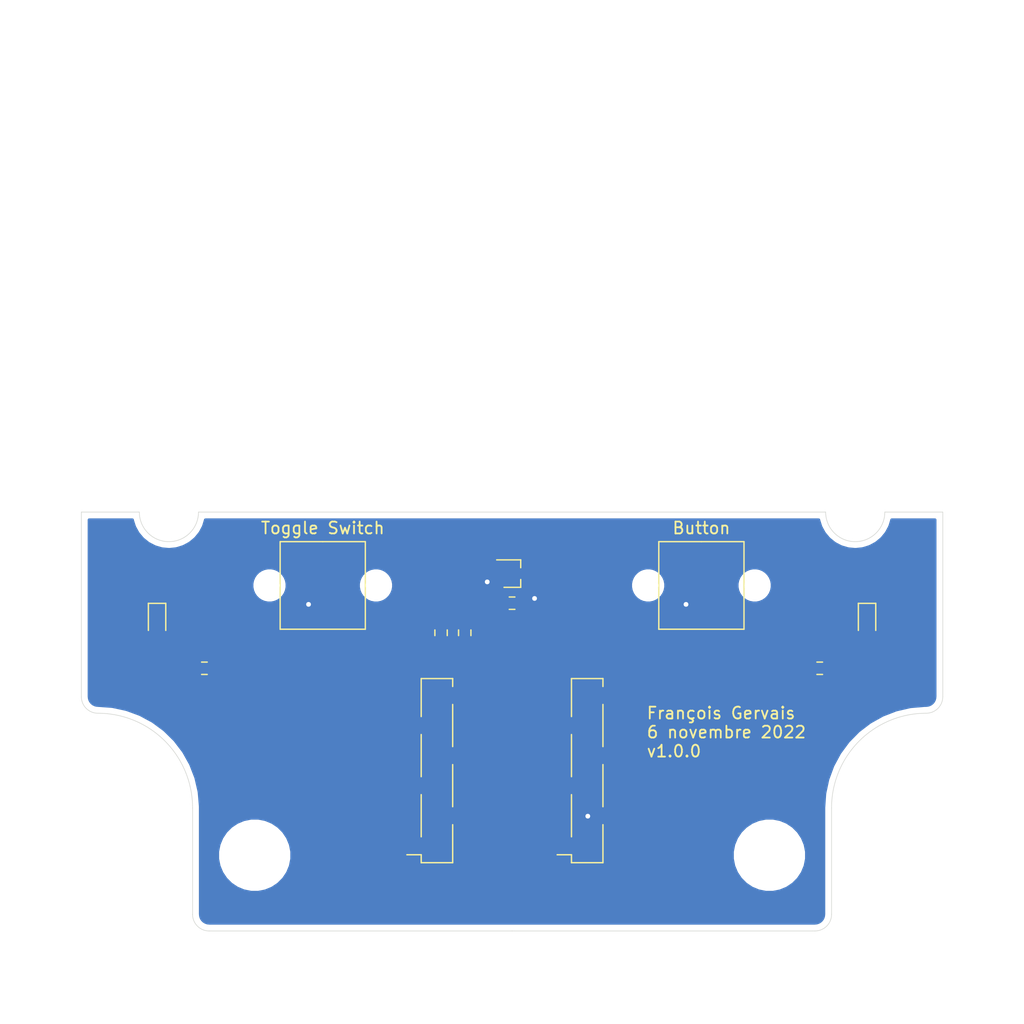
<source format=kicad_pcb>
(kicad_pcb (version 20171130) (host pcbnew 5.1.7-a382d34a8~88~ubuntu18.04.1)

  (general
    (thickness 1.6)
    (drawings 37)
    (tracks 65)
    (zones 0)
    (modules 14)
    (nets 16)
  )

  (page A4)
  (layers
    (0 F.Cu signal)
    (31 B.Cu signal)
    (32 B.Adhes user)
    (33 F.Adhes user)
    (34 B.Paste user)
    (35 F.Paste user)
    (36 B.SilkS user)
    (37 F.SilkS user)
    (38 B.Mask user)
    (39 F.Mask user)
    (40 Dwgs.User user)
    (41 Cmts.User user hide)
    (42 Eco1.User user hide)
    (43 Eco2.User user hide)
    (44 Edge.Cuts user)
    (45 Margin user hide)
    (46 B.CrtYd user hide)
    (47 F.CrtYd user hide)
    (48 B.Fab user hide)
    (49 F.Fab user hide)
  )

  (setup
    (last_trace_width 0.25)
    (user_trace_width 0.5)
    (user_trace_width 1)
    (trace_clearance 0.2)
    (zone_clearance 0.508)
    (zone_45_only no)
    (trace_min 0.2)
    (via_size 0.8)
    (via_drill 0.4)
    (via_min_size 0.4)
    (via_min_drill 0.3)
    (uvia_size 0.3)
    (uvia_drill 0.1)
    (uvias_allowed no)
    (uvia_min_size 0.2)
    (uvia_min_drill 0.1)
    (edge_width 0.05)
    (segment_width 0.2)
    (pcb_text_width 0.3)
    (pcb_text_size 1.5 1.5)
    (mod_edge_width 0.12)
    (mod_text_size 1 1)
    (mod_text_width 0.15)
    (pad_size 1.524 1.524)
    (pad_drill 0.762)
    (pad_to_mask_clearance 0)
    (aux_axis_origin 0 0)
    (grid_origin 67.35 88.35)
    (visible_elements FFFFFF7F)
    (pcbplotparams
      (layerselection 0x010fc_ffffffff)
      (usegerberextensions false)
      (usegerberattributes true)
      (usegerberadvancedattributes true)
      (creategerberjobfile true)
      (excludeedgelayer true)
      (linewidth 0.100000)
      (plotframeref false)
      (viasonmask false)
      (mode 1)
      (useauxorigin false)
      (hpglpennumber 1)
      (hpglpenspeed 20)
      (hpglpendiameter 15.000000)
      (psnegative false)
      (psa4output false)
      (plotreference true)
      (plotvalue true)
      (plotinvisibletext false)
      (padsonsilk false)
      (subtractmaskfromsilk false)
      (outputformat 1)
      (mirror false)
      (drillshape 0)
      (scaleselection 1)
      (outputdirectory "gerbers/"))
  )

  (net 0 "")
  (net 1 /SCL)
  (net 2 +3V3)
  (net 3 +5V)
  (net 4 /SDA)
  (net 5 /~R)
  (net 6 GND)
  (net 7 /G1)
  (net 8 /G3)
  (net 9 /RX)
  (net 10 /G0)
  (net 11 /G2)
  (net 12 /TX)
  (net 13 "Net-(D1-Pad2)")
  (net 14 "Net-(D1-Pad1)")
  (net 15 "Net-(D2-Pad2)")

  (net_class Default "This is the default net class."
    (clearance 0.2)
    (trace_width 0.25)
    (via_dia 0.8)
    (via_drill 0.4)
    (uvia_dia 0.3)
    (uvia_drill 0.1)
    (add_net +3V3)
    (add_net +5V)
    (add_net /G0)
    (add_net /G1)
    (add_net /G2)
    (add_net /G3)
    (add_net /RX)
    (add_net /SCL)
    (add_net /SDA)
    (add_net /TX)
    (add_net /~R)
    (add_net GND)
    (add_net "Net-(D1-Pad1)")
    (add_net "Net-(D1-Pad2)")
    (add_net "Net-(D2-Pad2)")
  )

  (module MountingHole:MountingHole_5mm (layer F.Cu) (tedit 56D1B4CB) (tstamp 6365CCD8)
    (at 89.1 89.15)
    (descr "Mounting Hole 5mm, no annular")
    (tags "mounting hole 5mm no annular")
    (path /636A6363)
    (attr virtual)
    (fp_text reference H4 (at 0 -6) (layer F.Fab)
      (effects (font (size 1 1) (thickness 0.15)))
    )
    (fp_text value MountingHole (at 0 6) (layer F.Fab)
      (effects (font (size 1 1) (thickness 0.15)))
    )
    (fp_circle (center 0 0) (end 5.25 0) (layer F.CrtYd) (width 0.05))
    (fp_circle (center 0 0) (end 5 0) (layer Cmts.User) (width 0.15))
    (fp_text user %R (at 0.3 0) (layer F.Fab)
      (effects (font (size 1 1) (thickness 0.15)))
    )
    (pad 1 np_thru_hole circle (at 0 0) (size 5 5) (drill 5) (layers *.Cu *.Mask))
  )

  (module MountingHole:MountingHole_5mm (layer F.Cu) (tedit 56D1B4CB) (tstamp 6365CC4C)
    (at 45.6 89.15)
    (descr "Mounting Hole 5mm, no annular")
    (tags "mounting hole 5mm no annular")
    (path /636A635D)
    (attr virtual)
    (fp_text reference H2 (at 0 -6) (layer F.Fab)
      (effects (font (size 1 1) (thickness 0.15)))
    )
    (fp_text value MountingHole (at 0 6) (layer F.Fab)
      (effects (font (size 1 1) (thickness 0.15)))
    )
    (fp_circle (center 0 0) (end 5.25 0) (layer F.CrtYd) (width 0.05))
    (fp_circle (center 0 0) (end 5 0) (layer Cmts.User) (width 0.15))
    (fp_text user %R (at 0.3 0) (layer F.Fab)
      (effects (font (size 1 1) (thickness 0.15)))
    )
    (pad 1 np_thru_hole circle (at 0 0) (size 5 5) (drill 5) (layers *.Cu *.Mask))
  )

  (module Resistor_SMD:R_0603_1608Metric (layer F.Cu) (tedit 5F68FEEE) (tstamp 6365D4C5)
    (at 93.35 73.35)
    (descr "Resistor SMD 0603 (1608 Metric), square (rectangular) end terminal, IPC_7351 nominal, (Body size source: IPC-SM-782 page 72, https://www.pcb-3d.com/wordpress/wp-content/uploads/ipc-sm-782a_amendment_1_and_2.pdf), generated with kicad-footprint-generator")
    (tags resistor)
    (path /63681E92)
    (attr smd)
    (fp_text reference R5 (at 0 -1.43) (layer F.SilkS) hide
      (effects (font (size 1 1) (thickness 0.15)))
    )
    (fp_text value 150 (at 0 1.43) (layer F.Fab)
      (effects (font (size 1 1) (thickness 0.15)))
    )
    (fp_line (start 1.48 0.73) (end -1.48 0.73) (layer F.CrtYd) (width 0.05))
    (fp_line (start 1.48 -0.73) (end 1.48 0.73) (layer F.CrtYd) (width 0.05))
    (fp_line (start -1.48 -0.73) (end 1.48 -0.73) (layer F.CrtYd) (width 0.05))
    (fp_line (start -1.48 0.73) (end -1.48 -0.73) (layer F.CrtYd) (width 0.05))
    (fp_line (start -0.237258 0.5225) (end 0.237258 0.5225) (layer F.SilkS) (width 0.12))
    (fp_line (start -0.237258 -0.5225) (end 0.237258 -0.5225) (layer F.SilkS) (width 0.12))
    (fp_line (start 0.8 0.4125) (end -0.8 0.4125) (layer F.Fab) (width 0.1))
    (fp_line (start 0.8 -0.4125) (end 0.8 0.4125) (layer F.Fab) (width 0.1))
    (fp_line (start -0.8 -0.4125) (end 0.8 -0.4125) (layer F.Fab) (width 0.1))
    (fp_line (start -0.8 0.4125) (end -0.8 -0.4125) (layer F.Fab) (width 0.1))
    (fp_text user %R (at 0 0) (layer F.Fab)
      (effects (font (size 0.4 0.4) (thickness 0.06)))
    )
    (pad 2 smd roundrect (at 0.825 0) (size 0.8 0.95) (layers F.Cu F.Paste F.Mask) (roundrect_rratio 0.25)
      (net 15 "Net-(D2-Pad2)"))
    (pad 1 smd roundrect (at -0.825 0) (size 0.8 0.95) (layers F.Cu F.Paste F.Mask) (roundrect_rratio 0.25)
      (net 3 +5V))
    (model ${KISYS3DMOD}/Resistor_SMD.3dshapes/R_0603_1608Metric.wrl
      (at (xyz 0 0 0))
      (scale (xyz 1 1 1))
      (rotate (xyz 0 0 0))
    )
  )

  (module Resistor_SMD:R_0603_1608Metric (layer F.Cu) (tedit 5F68FEEE) (tstamp 6365D681)
    (at 67.35 67.85)
    (descr "Resistor SMD 0603 (1608 Metric), square (rectangular) end terminal, IPC_7351 nominal, (Body size source: IPC-SM-782 page 72, https://www.pcb-3d.com/wordpress/wp-content/uploads/ipc-sm-782a_amendment_1_and_2.pdf), generated with kicad-footprint-generator")
    (tags resistor)
    (path /63675FFE)
    (attr smd)
    (fp_text reference R4 (at 0 -1.43) (layer F.SilkS) hide
      (effects (font (size 1 1) (thickness 0.15)))
    )
    (fp_text value 10k (at 0 1.43) (layer F.Fab)
      (effects (font (size 1 1) (thickness 0.15)))
    )
    (fp_line (start 1.48 0.73) (end -1.48 0.73) (layer F.CrtYd) (width 0.05))
    (fp_line (start 1.48 -0.73) (end 1.48 0.73) (layer F.CrtYd) (width 0.05))
    (fp_line (start -1.48 -0.73) (end 1.48 -0.73) (layer F.CrtYd) (width 0.05))
    (fp_line (start -1.48 0.73) (end -1.48 -0.73) (layer F.CrtYd) (width 0.05))
    (fp_line (start -0.237258 0.5225) (end 0.237258 0.5225) (layer F.SilkS) (width 0.12))
    (fp_line (start -0.237258 -0.5225) (end 0.237258 -0.5225) (layer F.SilkS) (width 0.12))
    (fp_line (start 0.8 0.4125) (end -0.8 0.4125) (layer F.Fab) (width 0.1))
    (fp_line (start 0.8 -0.4125) (end 0.8 0.4125) (layer F.Fab) (width 0.1))
    (fp_line (start -0.8 -0.4125) (end 0.8 -0.4125) (layer F.Fab) (width 0.1))
    (fp_line (start -0.8 0.4125) (end -0.8 -0.4125) (layer F.Fab) (width 0.1))
    (fp_text user %R (at 0 0) (layer F.Fab)
      (effects (font (size 0.4 0.4) (thickness 0.06)))
    )
    (pad 2 smd roundrect (at 0.825 0) (size 0.8 0.95) (layers F.Cu F.Paste F.Mask) (roundrect_rratio 0.25)
      (net 6 GND))
    (pad 1 smd roundrect (at -0.825 0) (size 0.8 0.95) (layers F.Cu F.Paste F.Mask) (roundrect_rratio 0.25)
      (net 11 /G2))
    (model ${KISYS3DMOD}/Resistor_SMD.3dshapes/R_0603_1608Metric.wrl
      (at (xyz 0 0 0))
      (scale (xyz 1 1 1))
      (rotate (xyz 0 0 0))
    )
  )

  (module Resistor_SMD:R_0603_1608Metric (layer F.Cu) (tedit 5F68FEEE) (tstamp 6365AB78)
    (at 41.35 73.35 180)
    (descr "Resistor SMD 0603 (1608 Metric), square (rectangular) end terminal, IPC_7351 nominal, (Body size source: IPC-SM-782 page 72, https://www.pcb-3d.com/wordpress/wp-content/uploads/ipc-sm-782a_amendment_1_and_2.pdf), generated with kicad-footprint-generator")
    (tags resistor)
    (path /6367154E)
    (attr smd)
    (fp_text reference R3 (at 0 -1.43) (layer F.SilkS) hide
      (effects (font (size 1 1) (thickness 0.15)))
    )
    (fp_text value 150 (at 0 1.43) (layer F.Fab)
      (effects (font (size 1 1) (thickness 0.15)))
    )
    (fp_line (start 1.48 0.73) (end -1.48 0.73) (layer F.CrtYd) (width 0.05))
    (fp_line (start 1.48 -0.73) (end 1.48 0.73) (layer F.CrtYd) (width 0.05))
    (fp_line (start -1.48 -0.73) (end 1.48 -0.73) (layer F.CrtYd) (width 0.05))
    (fp_line (start -1.48 0.73) (end -1.48 -0.73) (layer F.CrtYd) (width 0.05))
    (fp_line (start -0.237258 0.5225) (end 0.237258 0.5225) (layer F.SilkS) (width 0.12))
    (fp_line (start -0.237258 -0.5225) (end 0.237258 -0.5225) (layer F.SilkS) (width 0.12))
    (fp_line (start 0.8 0.4125) (end -0.8 0.4125) (layer F.Fab) (width 0.1))
    (fp_line (start 0.8 -0.4125) (end 0.8 0.4125) (layer F.Fab) (width 0.1))
    (fp_line (start -0.8 -0.4125) (end 0.8 -0.4125) (layer F.Fab) (width 0.1))
    (fp_line (start -0.8 0.4125) (end -0.8 -0.4125) (layer F.Fab) (width 0.1))
    (fp_text user %R (at 0 0) (layer F.Fab)
      (effects (font (size 0.4 0.4) (thickness 0.06)))
    )
    (pad 2 smd roundrect (at 0.825 0 180) (size 0.8 0.95) (layers F.Cu F.Paste F.Mask) (roundrect_rratio 0.25)
      (net 13 "Net-(D1-Pad2)"))
    (pad 1 smd roundrect (at -0.825 0 180) (size 0.8 0.95) (layers F.Cu F.Paste F.Mask) (roundrect_rratio 0.25)
      (net 3 +5V))
    (model ${KISYS3DMOD}/Resistor_SMD.3dshapes/R_0603_1608Metric.wrl
      (at (xyz 0 0 0))
      (scale (xyz 1 1 1))
      (rotate (xyz 0 0 0))
    )
  )

  (module Package_TO_SOT_SMD:SOT-323_SC-70 (layer F.Cu) (tedit 5A02FF57) (tstamp 6365D3C6)
    (at 67.35 65.35)
    (descr "SOT-323, SC-70")
    (tags "SOT-323 SC-70")
    (path /63674C1F)
    (attr smd)
    (fp_text reference Q1 (at -0.05 -1.95) (layer F.SilkS) hide
      (effects (font (size 1 1) (thickness 0.15)))
    )
    (fp_text value Q_NMOS_GSD (at -0.05 2.05) (layer F.Fab)
      (effects (font (size 1 1) (thickness 0.15)))
    )
    (fp_line (start -0.18 -1.1) (end -0.68 -0.6) (layer F.Fab) (width 0.1))
    (fp_line (start 0.67 1.1) (end -0.68 1.1) (layer F.Fab) (width 0.1))
    (fp_line (start 0.67 -1.1) (end 0.67 1.1) (layer F.Fab) (width 0.1))
    (fp_line (start -0.68 -0.6) (end -0.68 1.1) (layer F.Fab) (width 0.1))
    (fp_line (start 0.67 -1.1) (end -0.18 -1.1) (layer F.Fab) (width 0.1))
    (fp_line (start -0.68 1.16) (end 0.73 1.16) (layer F.SilkS) (width 0.12))
    (fp_line (start 0.73 -1.16) (end -1.3 -1.16) (layer F.SilkS) (width 0.12))
    (fp_line (start -1.7 1.3) (end -1.7 -1.3) (layer F.CrtYd) (width 0.05))
    (fp_line (start -1.7 -1.3) (end 1.7 -1.3) (layer F.CrtYd) (width 0.05))
    (fp_line (start 1.7 -1.3) (end 1.7 1.3) (layer F.CrtYd) (width 0.05))
    (fp_line (start 1.7 1.3) (end -1.7 1.3) (layer F.CrtYd) (width 0.05))
    (fp_line (start 0.73 -1.16) (end 0.73 -0.5) (layer F.SilkS) (width 0.12))
    (fp_line (start 0.73 0.5) (end 0.73 1.16) (layer F.SilkS) (width 0.12))
    (fp_text user %R (at 0 0 90) (layer F.Fab)
      (effects (font (size 0.5 0.5) (thickness 0.075)))
    )
    (pad 3 smd rect (at 1 0 270) (size 0.45 0.7) (layers F.Cu F.Paste F.Mask)
      (net 14 "Net-(D1-Pad1)"))
    (pad 2 smd rect (at -1 0.65 270) (size 0.45 0.7) (layers F.Cu F.Paste F.Mask)
      (net 6 GND))
    (pad 1 smd rect (at -1 -0.65 270) (size 0.45 0.7) (layers F.Cu F.Paste F.Mask)
      (net 11 /G2))
    (model ${KISYS3DMOD}/Package_TO_SOT_SMD.3dshapes/SOT-323_SC-70.wrl
      (at (xyz 0 0 0))
      (scale (xyz 1 1 1))
      (rotate (xyz 0 0 0))
    )
  )

  (module LED_SMD:LED_0603_1608Metric (layer F.Cu) (tedit 5F68FEF1) (tstamp 6365AC46)
    (at 97.35 69.35 270)
    (descr "LED SMD 0603 (1608 Metric), square (rectangular) end terminal, IPC_7351 nominal, (Body size source: http://www.tortai-tech.com/upload/download/2011102023233369053.pdf), generated with kicad-footprint-generator")
    (tags LED)
    (path /63681E8C)
    (attr smd)
    (fp_text reference D2 (at 0 -1.43 90) (layer F.SilkS) hide
      (effects (font (size 1 1) (thickness 0.15)))
    )
    (fp_text value LED (at 0 1.43 90) (layer F.Fab)
      (effects (font (size 1 1) (thickness 0.15)))
    )
    (fp_line (start 1.48 0.73) (end -1.48 0.73) (layer F.CrtYd) (width 0.05))
    (fp_line (start 1.48 -0.73) (end 1.48 0.73) (layer F.CrtYd) (width 0.05))
    (fp_line (start -1.48 -0.73) (end 1.48 -0.73) (layer F.CrtYd) (width 0.05))
    (fp_line (start -1.48 0.73) (end -1.48 -0.73) (layer F.CrtYd) (width 0.05))
    (fp_line (start -1.485 0.735) (end 0.8 0.735) (layer F.SilkS) (width 0.12))
    (fp_line (start -1.485 -0.735) (end -1.485 0.735) (layer F.SilkS) (width 0.12))
    (fp_line (start 0.8 -0.735) (end -1.485 -0.735) (layer F.SilkS) (width 0.12))
    (fp_line (start 0.8 0.4) (end 0.8 -0.4) (layer F.Fab) (width 0.1))
    (fp_line (start -0.8 0.4) (end 0.8 0.4) (layer F.Fab) (width 0.1))
    (fp_line (start -0.8 -0.1) (end -0.8 0.4) (layer F.Fab) (width 0.1))
    (fp_line (start -0.5 -0.4) (end -0.8 -0.1) (layer F.Fab) (width 0.1))
    (fp_line (start 0.8 -0.4) (end -0.5 -0.4) (layer F.Fab) (width 0.1))
    (fp_text user %R (at 0 0 90) (layer F.Fab)
      (effects (font (size 0.4 0.4) (thickness 0.06)))
    )
    (pad 2 smd roundrect (at 0.7875 0 270) (size 0.875 0.95) (layers F.Cu F.Paste F.Mask) (roundrect_rratio 0.25)
      (net 15 "Net-(D2-Pad2)"))
    (pad 1 smd roundrect (at -0.7875 0 270) (size 0.875 0.95) (layers F.Cu F.Paste F.Mask) (roundrect_rratio 0.25)
      (net 14 "Net-(D1-Pad1)"))
    (model ${KISYS3DMOD}/LED_SMD.3dshapes/LED_0603_1608Metric.wrl
      (at (xyz 0 0 0))
      (scale (xyz 1 1 1))
      (rotate (xyz 0 0 0))
    )
  )

  (module LED_SMD:LED_0603_1608Metric (layer F.Cu) (tedit 5F68FEF1) (tstamp 6365AC10)
    (at 37.35 69.35 270)
    (descr "LED SMD 0603 (1608 Metric), square (rectangular) end terminal, IPC_7351 nominal, (Body size source: http://www.tortai-tech.com/upload/download/2011102023233369053.pdf), generated with kicad-footprint-generator")
    (tags LED)
    (path /636705E7)
    (attr smd)
    (fp_text reference D1 (at 0 -1.43 90) (layer F.SilkS) hide
      (effects (font (size 1 1) (thickness 0.15)))
    )
    (fp_text value LED (at 0 1.43 90) (layer F.Fab)
      (effects (font (size 1 1) (thickness 0.15)))
    )
    (fp_line (start 1.48 0.73) (end -1.48 0.73) (layer F.CrtYd) (width 0.05))
    (fp_line (start 1.48 -0.73) (end 1.48 0.73) (layer F.CrtYd) (width 0.05))
    (fp_line (start -1.48 -0.73) (end 1.48 -0.73) (layer F.CrtYd) (width 0.05))
    (fp_line (start -1.48 0.73) (end -1.48 -0.73) (layer F.CrtYd) (width 0.05))
    (fp_line (start -1.485 0.735) (end 0.8 0.735) (layer F.SilkS) (width 0.12))
    (fp_line (start -1.485 -0.735) (end -1.485 0.735) (layer F.SilkS) (width 0.12))
    (fp_line (start 0.8 -0.735) (end -1.485 -0.735) (layer F.SilkS) (width 0.12))
    (fp_line (start 0.8 0.4) (end 0.8 -0.4) (layer F.Fab) (width 0.1))
    (fp_line (start -0.8 0.4) (end 0.8 0.4) (layer F.Fab) (width 0.1))
    (fp_line (start -0.8 -0.1) (end -0.8 0.4) (layer F.Fab) (width 0.1))
    (fp_line (start -0.5 -0.4) (end -0.8 -0.1) (layer F.Fab) (width 0.1))
    (fp_line (start 0.8 -0.4) (end -0.5 -0.4) (layer F.Fab) (width 0.1))
    (fp_text user %R (at 0 0 90) (layer F.Fab)
      (effects (font (size 0.4 0.4) (thickness 0.06)))
    )
    (pad 2 smd roundrect (at 0.7875 0 270) (size 0.875 0.95) (layers F.Cu F.Paste F.Mask) (roundrect_rratio 0.25)
      (net 13 "Net-(D1-Pad2)"))
    (pad 1 smd roundrect (at -0.7875 0 270) (size 0.875 0.95) (layers F.Cu F.Paste F.Mask) (roundrect_rratio 0.25)
      (net 14 "Net-(D1-Pad1)"))
    (model ${KISYS3DMOD}/LED_SMD.3dshapes/LED_0603_1608Metric.wrl
      (at (xyz 0 0 0))
      (scale (xyz 1 1 1))
      (rotate (xyz 0 0 0))
    )
  )

  (module Resistor_SMD:R_0603_1608Metric (layer F.Cu) (tedit 5F68FEEE) (tstamp 6365D113)
    (at 61.35 70.35 270)
    (descr "Resistor SMD 0603 (1608 Metric), square (rectangular) end terminal, IPC_7351 nominal, (Body size source: IPC-SM-782 page 72, https://www.pcb-3d.com/wordpress/wp-content/uploads/ipc-sm-782a_amendment_1_and_2.pdf), generated with kicad-footprint-generator")
    (tags resistor)
    (path /63666A00)
    (attr smd)
    (fp_text reference R2 (at 0 -1.43 90) (layer F.SilkS) hide
      (effects (font (size 1 1) (thickness 0.15)))
    )
    (fp_text value 10k (at 0 1.43 90) (layer F.Fab)
      (effects (font (size 1 1) (thickness 0.15)))
    )
    (fp_line (start 1.48 0.73) (end -1.48 0.73) (layer F.CrtYd) (width 0.05))
    (fp_line (start 1.48 -0.73) (end 1.48 0.73) (layer F.CrtYd) (width 0.05))
    (fp_line (start -1.48 -0.73) (end 1.48 -0.73) (layer F.CrtYd) (width 0.05))
    (fp_line (start -1.48 0.73) (end -1.48 -0.73) (layer F.CrtYd) (width 0.05))
    (fp_line (start -0.237258 0.5225) (end 0.237258 0.5225) (layer F.SilkS) (width 0.12))
    (fp_line (start -0.237258 -0.5225) (end 0.237258 -0.5225) (layer F.SilkS) (width 0.12))
    (fp_line (start 0.8 0.4125) (end -0.8 0.4125) (layer F.Fab) (width 0.1))
    (fp_line (start 0.8 -0.4125) (end 0.8 0.4125) (layer F.Fab) (width 0.1))
    (fp_line (start -0.8 -0.4125) (end 0.8 -0.4125) (layer F.Fab) (width 0.1))
    (fp_line (start -0.8 0.4125) (end -0.8 -0.4125) (layer F.Fab) (width 0.1))
    (fp_text user %R (at 0 0 90) (layer F.Fab)
      (effects (font (size 0.4 0.4) (thickness 0.06)))
    )
    (pad 2 smd roundrect (at 0.825 0 270) (size 0.8 0.95) (layers F.Cu F.Paste F.Mask) (roundrect_rratio 0.25)
      (net 7 /G1))
    (pad 1 smd roundrect (at -0.825 0 270) (size 0.8 0.95) (layers F.Cu F.Paste F.Mask) (roundrect_rratio 0.25)
      (net 2 +3V3))
    (model ${KISYS3DMOD}/Resistor_SMD.3dshapes/R_0603_1608Metric.wrl
      (at (xyz 0 0 0))
      (scale (xyz 1 1 1))
      (rotate (xyz 0 0 0))
    )
  )

  (module Resistor_SMD:R_0603_1608Metric (layer F.Cu) (tedit 5F68FEEE) (tstamp 6365ABA8)
    (at 63.35 70.35 270)
    (descr "Resistor SMD 0603 (1608 Metric), square (rectangular) end terminal, IPC_7351 nominal, (Body size source: IPC-SM-782 page 72, https://www.pcb-3d.com/wordpress/wp-content/uploads/ipc-sm-782a_amendment_1_and_2.pdf), generated with kicad-footprint-generator")
    (tags resistor)
    (path /6365D0F9)
    (attr smd)
    (fp_text reference R1 (at 0 -1.43 90) (layer F.SilkS) hide
      (effects (font (size 1 1) (thickness 0.15)))
    )
    (fp_text value 10k (at 0 1.43 90) (layer F.Fab)
      (effects (font (size 1 1) (thickness 0.15)))
    )
    (fp_line (start 1.48 0.73) (end -1.48 0.73) (layer F.CrtYd) (width 0.05))
    (fp_line (start 1.48 -0.73) (end 1.48 0.73) (layer F.CrtYd) (width 0.05))
    (fp_line (start -1.48 -0.73) (end 1.48 -0.73) (layer F.CrtYd) (width 0.05))
    (fp_line (start -1.48 0.73) (end -1.48 -0.73) (layer F.CrtYd) (width 0.05))
    (fp_line (start -0.237258 0.5225) (end 0.237258 0.5225) (layer F.SilkS) (width 0.12))
    (fp_line (start -0.237258 -0.5225) (end 0.237258 -0.5225) (layer F.SilkS) (width 0.12))
    (fp_line (start 0.8 0.4125) (end -0.8 0.4125) (layer F.Fab) (width 0.1))
    (fp_line (start 0.8 -0.4125) (end 0.8 0.4125) (layer F.Fab) (width 0.1))
    (fp_line (start -0.8 -0.4125) (end 0.8 -0.4125) (layer F.Fab) (width 0.1))
    (fp_line (start -0.8 0.4125) (end -0.8 -0.4125) (layer F.Fab) (width 0.1))
    (fp_text user %R (at 0 0 90) (layer F.Fab)
      (effects (font (size 0.4 0.4) (thickness 0.06)))
    )
    (pad 2 smd roundrect (at 0.825 0 270) (size 0.8 0.95) (layers F.Cu F.Paste F.Mask) (roundrect_rratio 0.25)
      (net 10 /G0))
    (pad 1 smd roundrect (at -0.825 0 270) (size 0.8 0.95) (layers F.Cu F.Paste F.Mask) (roundrect_rratio 0.25)
      (net 2 +3V3))
    (model ${KISYS3DMOD}/Resistor_SMD.3dshapes/R_0603_1608Metric.wrl
      (at (xyz 0 0 0))
      (scale (xyz 1 1 1))
      (rotate (xyz 0 0 0))
    )
  )

  (module TZ022101B000G:TZ022101B000G (layer F.Cu) (tedit 6363046F) (tstamp 6365D13F)
    (at 51.35 66.35 180)
    (path /63654646)
    (fp_text reference J4 (at 0 5.85) (layer F.SilkS) hide
      (effects (font (size 1 1) (thickness 0.15)))
    )
    (fp_text value "Toggle Switch" (at 0 4.85) (layer F.SilkS)
      (effects (font (size 1 1) (thickness 0.15)))
    )
    (fp_line (start 3.6 3.7) (end 0 3.7) (layer F.SilkS) (width 0.12))
    (fp_line (start 3.6 -3.7) (end 3.6 3.7) (layer F.SilkS) (width 0.12))
    (fp_line (start -3.6 -3.7) (end 3.6 -3.7) (layer F.SilkS) (width 0.12))
    (fp_line (start -3.6 3.7) (end -3.6 -3.7) (layer F.SilkS) (width 0.12))
    (fp_line (start 0 3.7) (end -3.6 3.7) (layer F.SilkS) (width 0.12))
    (pad 2 smd rect (at 1.75 -4.95 180) (size 1.4 5.1) (layers F.Cu F.Paste F.Mask)
      (net 6 GND))
    (pad 1 smd rect (at -1.75 -4.95 180) (size 1.4 5.1) (layers F.Cu F.Paste F.Mask)
      (net 7 /G1))
    (pad "" np_thru_hole circle (at 4.5 0 180) (size 1.7 1.7) (drill 1.7) (layers *.Cu *.Mask))
    (pad "" np_thru_hole circle (at -4.5 0 180) (size 1.7 1.7) (drill 1.7) (layers *.Cu *.Mask))
  )

  (module TZ022101B000G:TZ022101B000G (layer F.Cu) (tedit 6363046F) (tstamp 6365ADBA)
    (at 83.35 66.35 180)
    (path /63654286)
    (fp_text reference J3 (at 0 5.85) (layer F.SilkS) hide
      (effects (font (size 1 1) (thickness 0.15)))
    )
    (fp_text value Button (at 0 4.85) (layer F.SilkS)
      (effects (font (size 1 1) (thickness 0.15)))
    )
    (fp_line (start 3.6 3.7) (end 0 3.7) (layer F.SilkS) (width 0.12))
    (fp_line (start 3.6 -3.7) (end 3.6 3.7) (layer F.SilkS) (width 0.12))
    (fp_line (start -3.6 -3.7) (end 3.6 -3.7) (layer F.SilkS) (width 0.12))
    (fp_line (start -3.6 3.7) (end -3.6 -3.7) (layer F.SilkS) (width 0.12))
    (fp_line (start 0 3.7) (end -3.6 3.7) (layer F.SilkS) (width 0.12))
    (pad 2 smd rect (at 1.75 -4.95 180) (size 1.4 5.1) (layers F.Cu F.Paste F.Mask)
      (net 6 GND))
    (pad 1 smd rect (at -1.75 -4.95 180) (size 1.4 5.1) (layers F.Cu F.Paste F.Mask)
      (net 10 /G0))
    (pad "" np_thru_hole circle (at 4.5 0 180) (size 1.7 1.7) (drill 1.7) (layers *.Cu *.Mask))
    (pad "" np_thru_hole circle (at -4.5 0 180) (size 1.7 1.7) (drill 1.7) (layers *.Cu *.Mask))
  )

  (module Connector_PinSocket_2.54mm:PinSocket_1x06_P2.54mm_Vertical_SMD_Pin1Right (layer F.Cu) (tedit 5A19A422) (tstamp 6365AD2A)
    (at 61 82 180)
    (descr "surface-mounted straight socket strip, 1x06, 2.54mm pitch, single row, style 2 (pin 1 right) (https://cdn.harwin.com/pdfs/M20-786.pdf), script generated")
    (tags "Surface mounted socket strip SMD 1x06 2.54mm single row style2 pin1 right")
    (path /63650F2A)
    (attr smd)
    (fp_text reference J2 (at 0 -9.22) (layer F.SilkS) hide
      (effects (font (size 1 1) (thickness 0.15)))
    )
    (fp_text value Conn_01x06_Female (at 0 9.22) (layer F.Fab)
      (effects (font (size 1 1) (thickness 0.15)))
    )
    (fp_line (start -3.1 8.2) (end -3.1 -8.25) (layer F.CrtYd) (width 0.05))
    (fp_line (start 3.1 8.2) (end -3.1 8.2) (layer F.CrtYd) (width 0.05))
    (fp_line (start 3.1 -8.25) (end 3.1 8.2) (layer F.CrtYd) (width 0.05))
    (fp_line (start -3.1 -8.25) (end 3.1 -8.25) (layer F.CrtYd) (width 0.05))
    (fp_line (start -2.27 6.65) (end -2.27 6.05) (layer F.Fab) (width 0.1))
    (fp_line (start -1.27 6.65) (end -2.27 6.65) (layer F.Fab) (width 0.1))
    (fp_line (start -2.27 6.05) (end -1.27 6.05) (layer F.Fab) (width 0.1))
    (fp_line (start 2.27 4.11) (end 1.27 4.11) (layer F.Fab) (width 0.1))
    (fp_line (start 2.27 3.51) (end 2.27 4.11) (layer F.Fab) (width 0.1))
    (fp_line (start 1.27 3.51) (end 2.27 3.51) (layer F.Fab) (width 0.1))
    (fp_line (start -2.27 1.57) (end -2.27 0.97) (layer F.Fab) (width 0.1))
    (fp_line (start -1.27 1.57) (end -2.27 1.57) (layer F.Fab) (width 0.1))
    (fp_line (start -2.27 0.97) (end -1.27 0.97) (layer F.Fab) (width 0.1))
    (fp_line (start 2.27 -0.97) (end 1.27 -0.97) (layer F.Fab) (width 0.1))
    (fp_line (start 2.27 -1.57) (end 2.27 -0.97) (layer F.Fab) (width 0.1))
    (fp_line (start 1.27 -1.57) (end 2.27 -1.57) (layer F.Fab) (width 0.1))
    (fp_line (start -2.27 -3.51) (end -2.27 -4.11) (layer F.Fab) (width 0.1))
    (fp_line (start -1.27 -3.51) (end -2.27 -3.51) (layer F.Fab) (width 0.1))
    (fp_line (start -2.27 -4.11) (end -1.27 -4.11) (layer F.Fab) (width 0.1))
    (fp_line (start 2.27 -6.05) (end 1.27 -6.05) (layer F.Fab) (width 0.1))
    (fp_line (start 2.27 -6.65) (end 2.27 -6.05) (layer F.Fab) (width 0.1))
    (fp_line (start 1.27 -6.65) (end 2.27 -6.65) (layer F.Fab) (width 0.1))
    (fp_line (start -1.27 7.72) (end -1.27 -7.72) (layer F.Fab) (width 0.1))
    (fp_line (start 1.27 7.72) (end -1.27 7.72) (layer F.Fab) (width 0.1))
    (fp_line (start 1.27 -7.085) (end 1.27 7.72) (layer F.Fab) (width 0.1))
    (fp_line (start 0.635 -7.72) (end 1.27 -7.085) (layer F.Fab) (width 0.1))
    (fp_line (start -1.27 -7.72) (end 0.635 -7.72) (layer F.Fab) (width 0.1))
    (fp_line (start 1.33 -7.11) (end 2.54 -7.11) (layer F.SilkS) (width 0.12))
    (fp_line (start -1.33 7.11) (end -1.33 7.78) (layer F.SilkS) (width 0.12))
    (fp_line (start -1.33 2.03) (end -1.33 5.59) (layer F.SilkS) (width 0.12))
    (fp_line (start -1.33 -3.05) (end -1.33 0.51) (layer F.SilkS) (width 0.12))
    (fp_line (start -1.33 -7.78) (end -1.33 -4.57) (layer F.SilkS) (width 0.12))
    (fp_line (start -1.33 7.78) (end 1.33 7.78) (layer F.SilkS) (width 0.12))
    (fp_line (start 1.33 4.57) (end 1.33 7.78) (layer F.SilkS) (width 0.12))
    (fp_line (start 1.33 -0.51) (end 1.33 3.05) (layer F.SilkS) (width 0.12))
    (fp_line (start 1.33 -5.59) (end 1.33 -2.03) (layer F.SilkS) (width 0.12))
    (fp_line (start 1.33 -7.78) (end 1.33 -7.11) (layer F.SilkS) (width 0.12))
    (fp_line (start -1.33 -7.78) (end 1.33 -7.78) (layer F.SilkS) (width 0.12))
    (fp_text user %R (at 0 0 90) (layer F.Fab)
      (effects (font (size 1 1) (thickness 0.15)))
    )
    (pad 5 smd rect (at 1.65 3.81 180) (size 1.9 1) (layers F.Cu F.Paste F.Mask)
      (net 7 /G1))
    (pad 3 smd rect (at 1.65 -1.27 180) (size 1.9 1) (layers F.Cu F.Paste F.Mask)
      (net 8 /G3))
    (pad 1 smd rect (at 1.65 -6.35 180) (size 1.9 1) (layers F.Cu F.Paste F.Mask)
      (net 9 /RX))
    (pad 6 smd rect (at -1.65 6.35 180) (size 1.9 1) (layers F.Cu F.Paste F.Mask)
      (net 10 /G0))
    (pad 4 smd rect (at -1.65 1.27 180) (size 1.9 1) (layers F.Cu F.Paste F.Mask)
      (net 11 /G2))
    (pad 2 smd rect (at -1.65 -3.81 180) (size 1.9 1) (layers F.Cu F.Paste F.Mask)
      (net 12 /TX))
    (model ${KISYS3DMOD}/Connector_PinSocket_2.54mm.3dshapes/PinSocket_1x06_P2.54mm_Vertical_SMD_Pin1Right.wrl
      (at (xyz 0 0 0))
      (scale (xyz 1 1 1))
      (rotate (xyz 0 0 0))
    )
  )

  (module Connector_PinSocket_2.54mm:PinSocket_1x06_P2.54mm_Vertical_SMD_Pin1Right (layer F.Cu) (tedit 5A19A422) (tstamp 6365AC9A)
    (at 73.7 82 180)
    (descr "surface-mounted straight socket strip, 1x06, 2.54mm pitch, single row, style 2 (pin 1 right) (https://cdn.harwin.com/pdfs/M20-786.pdf), script generated")
    (tags "Surface mounted socket strip SMD 1x06 2.54mm single row style2 pin1 right")
    (path /6365070C)
    (attr smd)
    (fp_text reference J1 (at 0 -9.22) (layer F.SilkS) hide
      (effects (font (size 1 1) (thickness 0.15)))
    )
    (fp_text value Conn_01x06_Female (at 0 9.22) (layer F.Fab)
      (effects (font (size 1 1) (thickness 0.15)))
    )
    (fp_line (start -3.1 8.2) (end -3.1 -8.25) (layer F.CrtYd) (width 0.05))
    (fp_line (start 3.1 8.2) (end -3.1 8.2) (layer F.CrtYd) (width 0.05))
    (fp_line (start 3.1 -8.25) (end 3.1 8.2) (layer F.CrtYd) (width 0.05))
    (fp_line (start -3.1 -8.25) (end 3.1 -8.25) (layer F.CrtYd) (width 0.05))
    (fp_line (start -2.27 6.65) (end -2.27 6.05) (layer F.Fab) (width 0.1))
    (fp_line (start -1.27 6.65) (end -2.27 6.65) (layer F.Fab) (width 0.1))
    (fp_line (start -2.27 6.05) (end -1.27 6.05) (layer F.Fab) (width 0.1))
    (fp_line (start 2.27 4.11) (end 1.27 4.11) (layer F.Fab) (width 0.1))
    (fp_line (start 2.27 3.51) (end 2.27 4.11) (layer F.Fab) (width 0.1))
    (fp_line (start 1.27 3.51) (end 2.27 3.51) (layer F.Fab) (width 0.1))
    (fp_line (start -2.27 1.57) (end -2.27 0.97) (layer F.Fab) (width 0.1))
    (fp_line (start -1.27 1.57) (end -2.27 1.57) (layer F.Fab) (width 0.1))
    (fp_line (start -2.27 0.97) (end -1.27 0.97) (layer F.Fab) (width 0.1))
    (fp_line (start 2.27 -0.97) (end 1.27 -0.97) (layer F.Fab) (width 0.1))
    (fp_line (start 2.27 -1.57) (end 2.27 -0.97) (layer F.Fab) (width 0.1))
    (fp_line (start 1.27 -1.57) (end 2.27 -1.57) (layer F.Fab) (width 0.1))
    (fp_line (start -2.27 -3.51) (end -2.27 -4.11) (layer F.Fab) (width 0.1))
    (fp_line (start -1.27 -3.51) (end -2.27 -3.51) (layer F.Fab) (width 0.1))
    (fp_line (start -2.27 -4.11) (end -1.27 -4.11) (layer F.Fab) (width 0.1))
    (fp_line (start 2.27 -6.05) (end 1.27 -6.05) (layer F.Fab) (width 0.1))
    (fp_line (start 2.27 -6.65) (end 2.27 -6.05) (layer F.Fab) (width 0.1))
    (fp_line (start 1.27 -6.65) (end 2.27 -6.65) (layer F.Fab) (width 0.1))
    (fp_line (start -1.27 7.72) (end -1.27 -7.72) (layer F.Fab) (width 0.1))
    (fp_line (start 1.27 7.72) (end -1.27 7.72) (layer F.Fab) (width 0.1))
    (fp_line (start 1.27 -7.085) (end 1.27 7.72) (layer F.Fab) (width 0.1))
    (fp_line (start 0.635 -7.72) (end 1.27 -7.085) (layer F.Fab) (width 0.1))
    (fp_line (start -1.27 -7.72) (end 0.635 -7.72) (layer F.Fab) (width 0.1))
    (fp_line (start 1.33 -7.11) (end 2.54 -7.11) (layer F.SilkS) (width 0.12))
    (fp_line (start -1.33 7.11) (end -1.33 7.78) (layer F.SilkS) (width 0.12))
    (fp_line (start -1.33 2.03) (end -1.33 5.59) (layer F.SilkS) (width 0.12))
    (fp_line (start -1.33 -3.05) (end -1.33 0.51) (layer F.SilkS) (width 0.12))
    (fp_line (start -1.33 -7.78) (end -1.33 -4.57) (layer F.SilkS) (width 0.12))
    (fp_line (start -1.33 7.78) (end 1.33 7.78) (layer F.SilkS) (width 0.12))
    (fp_line (start 1.33 4.57) (end 1.33 7.78) (layer F.SilkS) (width 0.12))
    (fp_line (start 1.33 -0.51) (end 1.33 3.05) (layer F.SilkS) (width 0.12))
    (fp_line (start 1.33 -5.59) (end 1.33 -2.03) (layer F.SilkS) (width 0.12))
    (fp_line (start 1.33 -7.78) (end 1.33 -7.11) (layer F.SilkS) (width 0.12))
    (fp_line (start -1.33 -7.78) (end 1.33 -7.78) (layer F.SilkS) (width 0.12))
    (fp_text user %R (at 0 0 90) (layer F.Fab)
      (effects (font (size 1 1) (thickness 0.15)))
    )
    (pad 5 smd rect (at 1.65 3.81 180) (size 1.9 1) (layers F.Cu F.Paste F.Mask)
      (net 1 /SCL))
    (pad 3 smd rect (at 1.65 -1.27 180) (size 1.9 1) (layers F.Cu F.Paste F.Mask)
      (net 2 +3V3))
    (pad 1 smd rect (at 1.65 -6.35 180) (size 1.9 1) (layers F.Cu F.Paste F.Mask)
      (net 3 +5V))
    (pad 6 smd rect (at -1.65 6.35 180) (size 1.9 1) (layers F.Cu F.Paste F.Mask)
      (net 4 /SDA))
    (pad 4 smd rect (at -1.65 1.27 180) (size 1.9 1) (layers F.Cu F.Paste F.Mask)
      (net 5 /~R))
    (pad 2 smd rect (at -1.65 -3.81 180) (size 1.9 1) (layers F.Cu F.Paste F.Mask)
      (net 6 GND))
    (model ${KISYS3DMOD}/Connector_PinSocket_2.54mm.3dshapes/PinSocket_1x06_P2.54mm_Vertical_SMD_Pin1Right.wrl
      (at (xyz 0 0 0))
      (scale (xyz 1 1 1))
      (rotate (xyz 0 0 0))
    )
  )

  (gr_circle (center 89.1 31.15) (end 91.6 31.15) (layer Dwgs.User) (width 0.15) (tstamp 6369A475))
  (gr_circle (center 45.6 31.15) (end 48.1 31.15) (layer Dwgs.User) (width 0.15))
  (gr_text "François Gervais\n6 novembre 2022\nv1.0.0" (at 78.65 78.75) (layer F.SilkS)
    (effects (font (size 1 1) (thickness 0.15)) (justify left))
  )
  (gr_arc (start 38.35 60.15) (end 35.85 60.15) (angle -180) (layer Edge.Cuts) (width 0.05))
  (gr_line (start 98.85 60.15) (end 103.75 60.15) (layer Edge.Cuts) (width 0.05) (tstamp 6365CD5A))
  (gr_line (start 35.85 60.15) (end 30.95 60.15) (layer Edge.Cuts) (width 0.05) (tstamp 6365CD59))
  (gr_arc (start 96.35 60.15) (end 93.85 60.15) (angle -180) (layer Edge.Cuts) (width 0.05) (tstamp 6365CD4D))
  (gr_arc (start 102.35 35.15) (end 94.35 35.15) (angle -90) (layer Dwgs.User) (width 0.15) (tstamp 6365B7C5))
  (gr_arc (start 32.35 35.15) (end 32.35 43.15) (angle -90) (layer Dwgs.User) (width 0.15) (tstamp 6365B7C5))
  (gr_arc (start 102.35 85.15) (end 102.35 77.15) (angle -90) (layer Edge.Cuts) (width 0.05) (tstamp 6365B7C5))
  (gr_arc (start 32.35 85.15) (end 40.35 85.15) (angle -90) (layer Edge.Cuts) (width 0.05))
  (gr_line (start 40.85 60.15) (end 93.85 60.15) (layer Edge.Cuts) (width 0.05) (tstamp 6365B6FA))
  (gr_arc (start 102.35 44.55) (end 103.75 44.55) (angle -90) (layer Dwgs.User) (width 0.15) (tstamp 6365B65F))
  (gr_arc (start 92.95 26.15) (end 94.35 26.15) (angle -90) (layer Dwgs.User) (width 0.15) (tstamp 6365B65F))
  (gr_arc (start 41.75 26.15) (end 41.75 24.75) (angle -90) (layer Dwgs.User) (width 0.15) (tstamp 6365B65F))
  (gr_arc (start 32.35 44.55) (end 32.35 43.15) (angle -90) (layer Dwgs.User) (width 0.15) (tstamp 6365B62E))
  (gr_arc (start 102.35 75.75) (end 102.35 77.15) (angle -90) (layer Edge.Cuts) (width 0.05) (tstamp 6365B62E))
  (gr_arc (start 92.95 94.15) (end 92.95 95.55) (angle -90) (layer Edge.Cuts) (width 0.05) (tstamp 6365B62E))
  (gr_arc (start 32.35 75.75) (end 30.95 75.75) (angle -90) (layer Edge.Cuts) (width 0.05) (tstamp 6365B62E))
  (gr_arc (start 41.75 94.15) (end 40.35 94.15) (angle -90) (layer Edge.Cuts) (width 0.05))
  (gr_line (start 94.35 26.15) (end 94.35 35.15) (layer Dwgs.User) (width 0.15) (tstamp 6365B4BA))
  (gr_line (start 40.35 26.15) (end 40.35 35.15) (layer Dwgs.User) (width 0.15) (tstamp 6365B4BA))
  (gr_line (start 40.35 94.15) (end 40.35 85.15) (layer Edge.Cuts) (width 0.05) (tstamp 6365B4BA))
  (gr_line (start 94.35 94.15) (end 94.35 85.15) (layer Edge.Cuts) (width 0.05))
  (gr_line (start 103.75 60.15) (end 103.75 75.75) (layer Edge.Cuts) (width 0.05) (tstamp 6365B076))
  (gr_line (start 103.75 60.15) (end 103.75 44.55) (layer Dwgs.User) (width 0.15) (tstamp 6365B076))
  (gr_line (start 30.95 60.15) (end 30.95 75.75) (layer Edge.Cuts) (width 0.05) (tstamp 6365B076))
  (gr_line (start 30.95 60.15) (end 30.95 44.55) (layer Dwgs.User) (width 0.15))
  (gr_line (start 67.35 60.15) (end 67.35 103.35) (layer Dwgs.User) (width 0.15) (tstamp 6365D406))
  (gr_line (start 67.35 60.15) (end 67.35 16.95) (layer Dwgs.User) (width 0.15) (tstamp 6365AF27))
  (gr_circle (center 67.35 60.15) (end 67.65 59.65) (layer Dwgs.User) (width 0.15) (tstamp 6365B169))
  (gr_line (start 67.35 60.15) (end 24.15 60.15) (layer Dwgs.User) (width 0.15) (tstamp 6365AF22))
  (gr_line (start 67.35 60.15) (end 110.55 60.15) (layer Dwgs.User) (width 0.15) (tstamp 6365B0BF))
  (gr_line (start 92.95 24.75) (end 67.35 24.75) (layer Dwgs.User) (width 0.15) (tstamp 6365AB2A))
  (gr_line (start 67.35 95.55) (end 92.95 95.55) (layer Edge.Cuts) (width 0.05) (tstamp 6365AE03))
  (gr_line (start 41.75 24.75) (end 67.35 24.75) (layer Dwgs.User) (width 0.15) (tstamp 6365ABFC))
  (gr_line (start 41.75 95.55) (end 67.35 95.55) (layer Edge.Cuts) (width 0.05) (tstamp 6365ABC9))

  (segment (start 61.35 69.525) (end 63.35 69.525) (width 0.25) (layer F.Cu) (net 2))
  (segment (start 79.175 69.525) (end 81.475001 67.224999) (width 0.25) (layer F.Cu) (net 2))
  (segment (start 63.35 69.525) (end 79.175 69.525) (width 0.25) (layer F.Cu) (net 2))
  (segment (start 85.224999 67.224999) (end 86.55 68.55) (width 0.25) (layer F.Cu) (net 2))
  (segment (start 81.475001 67.224999) (end 85.224999 67.224999) (width 0.25) (layer F.Cu) (net 2))
  (segment (start 78.13 83.27) (end 72.05 83.27) (width 0.25) (layer F.Cu) (net 2))
  (segment (start 86.55 68.55) (end 86.55 74.85) (width 0.25) (layer F.Cu) (net 2))
  (segment (start 86.55 74.85) (end 78.13 83.27) (width 0.25) (layer F.Cu) (net 2))
  (segment (start 70.849999 87.149999) (end 72.05 88.35) (width 1) (layer F.Cu) (net 3))
  (segment (start 55.439997 87.149999) (end 70.849999 87.149999) (width 1) (layer F.Cu) (net 3))
  (segment (start 42.175 73.885002) (end 55.439997 87.149999) (width 1) (layer F.Cu) (net 3))
  (segment (start 42.175 73.35) (end 42.175 73.885002) (width 1) (layer F.Cu) (net 3))
  (segment (start 77.525 88.35) (end 72.05 88.35) (width 1) (layer F.Cu) (net 3))
  (segment (start 92.525 73.35) (end 77.525 88.35) (width 1) (layer F.Cu) (net 3))
  (via (at 73.75 85.85) (size 0.8) (drill 0.4) (layers F.Cu B.Cu) (net 6))
  (segment (start 75.35 85.81) (end 73.79 85.81) (width 0.5) (layer F.Cu) (net 6))
  (segment (start 73.79 85.81) (end 73.75 85.85) (width 0.5) (layer F.Cu) (net 6))
  (segment (start 49.6 71.3) (end 49.6 68.5) (width 0.5) (layer F.Cu) (net 6))
  (via (at 50.15 67.95) (size 0.8) (drill 0.4) (layers F.Cu B.Cu) (net 6))
  (segment (start 49.6 68.5) (end 50.15 67.95) (width 0.5) (layer F.Cu) (net 6))
  (via (at 82.05 67.95) (size 0.8) (drill 0.4) (layers F.Cu B.Cu) (net 6))
  (segment (start 81.6 71.3) (end 81.6 68.4) (width 0.5) (layer F.Cu) (net 6))
  (segment (start 81.6 68.4) (end 82.05 67.95) (width 0.5) (layer F.Cu) (net 6))
  (segment (start 68.175 67.85) (end 68.85 67.85) (width 0.5) (layer F.Cu) (net 6))
  (via (at 69.25 67.45) (size 0.8) (drill 0.4) (layers F.Cu B.Cu) (net 6))
  (segment (start 68.85 67.85) (end 69.25 67.45) (width 0.5) (layer F.Cu) (net 6))
  (via (at 65.25 66.05) (size 0.8) (drill 0.4) (layers F.Cu B.Cu) (net 6))
  (segment (start 66.35 66) (end 65.3 66) (width 0.5) (layer F.Cu) (net 6))
  (segment (start 65.3 66) (end 65.25 66.05) (width 0.5) (layer F.Cu) (net 6))
  (segment (start 59.35 73.175) (end 61.35 71.175) (width 0.25) (layer F.Cu) (net 7))
  (segment (start 59.35 78.19) (end 59.35 73.175) (width 0.25) (layer F.Cu) (net 7))
  (segment (start 57.475 71.3) (end 59.35 73.175) (width 0.25) (layer F.Cu) (net 7))
  (segment (start 53.1 71.3) (end 57.475 71.3) (width 0.25) (layer F.Cu) (net 7))
  (segment (start 63.35 74.95) (end 62.65 75.65) (width 0.25) (layer F.Cu) (net 10))
  (segment (start 63.35 71.175) (end 63.35 74.95) (width 0.25) (layer F.Cu) (net 10))
  (segment (start 66.725 74.55) (end 63.35 71.175) (width 0.25) (layer F.Cu) (net 10))
  (segment (start 84.65 74.55) (end 66.725 74.55) (width 0.25) (layer F.Cu) (net 10))
  (segment (start 85.1 71.3) (end 85.1 74.1) (width 0.25) (layer F.Cu) (net 10))
  (segment (start 85.1 74.1) (end 84.65 74.55) (width 0.25) (layer F.Cu) (net 10))
  (segment (start 67.25 67.125) (end 66.525 67.85) (width 0.25) (layer F.Cu) (net 11))
  (segment (start 66.35 64.7) (end 67.25 65.6) (width 0.25) (layer F.Cu) (net 11))
  (segment (start 67.25 65.6) (end 67.25 67.125) (width 0.25) (layer F.Cu) (net 11))
  (segment (start 61.15 79.23) (end 62.65 80.73) (width 0.25) (layer F.Cu) (net 11))
  (segment (start 61.15 74.55) (end 61.15 79.23) (width 0.25) (layer F.Cu) (net 11))
  (segment (start 62.25 73.45) (end 61.15 74.55) (width 0.25) (layer F.Cu) (net 11))
  (segment (start 62.25 70.75) (end 62.25 73.45) (width 0.25) (layer F.Cu) (net 11))
  (segment (start 61.55 67.85) (end 60.45 68.95) (width 0.25) (layer F.Cu) (net 11))
  (segment (start 66.525 67.85) (end 61.55 67.85) (width 0.25) (layer F.Cu) (net 11))
  (segment (start 60.45 68.95) (end 60.45 70.05) (width 0.25) (layer F.Cu) (net 11))
  (segment (start 60.45 70.05) (end 60.75 70.35) (width 0.25) (layer F.Cu) (net 11))
  (segment (start 60.75 70.35) (end 61.85 70.35) (width 0.25) (layer F.Cu) (net 11))
  (segment (start 61.85 70.35) (end 62.25 70.75) (width 0.25) (layer F.Cu) (net 11))
  (segment (start 37.35 70.175) (end 40.525 73.35) (width 1) (layer F.Cu) (net 13))
  (segment (start 37.35 70.1375) (end 37.35 70.175) (width 1) (layer F.Cu) (net 13))
  (segment (start 68.35 64.125) (end 68.35 65.35) (width 1) (layer F.Cu) (net 14))
  (segment (start 37.35 68.5625) (end 42.7625 63.15) (width 1) (layer F.Cu) (net 14))
  (segment (start 67.375 63.15) (end 68.35 64.125) (width 1) (layer F.Cu) (net 14))
  (segment (start 42.7625 63.15) (end 67.375 63.15) (width 1) (layer F.Cu) (net 14))
  (segment (start 89.425 64.125) (end 68.35 64.125) (width 1) (layer F.Cu) (net 14))
  (segment (start 95.710328 65.65) (end 90.95 65.65) (width 1) (layer F.Cu) (net 14))
  (segment (start 90.95 65.65) (end 89.425 64.125) (width 1) (layer F.Cu) (net 14))
  (segment (start 97.35 68.5625) (end 97.35 67.289672) (width 1) (layer F.Cu) (net 14))
  (segment (start 97.35 67.289672) (end 95.710328 65.65) (width 1) (layer F.Cu) (net 14))
  (segment (start 94.175 73.3125) (end 97.35 70.1375) (width 1) (layer F.Cu) (net 15))
  (segment (start 94.175 73.35) (end 94.175 73.3125) (width 1) (layer F.Cu) (net 15))

  (zone (net 6) (net_name GND) (layer B.Cu) (tstamp 6369A5A1) (hatch edge 0.508)
    (connect_pads (clearance 0.508))
    (min_thickness 0.254)
    (fill yes (arc_segments 32) (thermal_gap 0.508) (thermal_bridge_width 0.508))
    (polygon
      (pts
        (xy 103.75 95.55) (xy 30.95 95.55) (xy 30.95 24.75) (xy 103.75 24.75)
      )
    )
    (filled_polygon
      (pts
        (xy 35.2728 60.86054) (xy 35.275525 60.869343) (xy 35.423056 61.334419) (xy 35.446617 61.389391) (xy 35.469416 61.444706)
        (xy 35.473799 61.452812) (xy 35.708853 61.880374) (xy 35.742652 61.929736) (xy 35.775753 61.979558) (xy 35.781627 61.986658)
        (xy 36.095253 62.360423) (xy 36.138003 62.402286) (xy 36.180142 62.444721) (xy 36.187283 62.450545) (xy 36.567533 62.756274)
        (xy 36.617596 62.789034) (xy 36.66718 62.822479) (xy 36.675317 62.826805) (xy 37.107709 63.052854) (xy 37.163141 63.07525)
        (xy 37.218317 63.098444) (xy 37.227139 63.101107) (xy 37.695202 63.238865) (xy 37.753921 63.250066) (xy 37.812558 63.262103)
        (xy 37.821729 63.263002) (xy 38.307635 63.307223) (xy 38.367453 63.306805) (xy 38.427271 63.307223) (xy 38.436442 63.306323)
        (xy 38.921684 63.255322) (xy 38.980247 63.243301) (xy 39.03904 63.232086) (xy 39.047862 63.229422) (xy 39.513956 63.085142)
        (xy 39.569086 63.061967) (xy 39.624565 63.039553) (xy 39.632701 63.035226) (xy 40.061894 62.803162) (xy 40.111461 62.769729)
        (xy 40.16154 62.736958) (xy 40.168681 62.731133) (xy 40.544627 62.420125) (xy 40.586767 62.377689) (xy 40.629517 62.335826)
        (xy 40.635391 62.328725) (xy 40.943767 61.950618) (xy 40.976859 61.900809) (xy 41.010666 61.851437) (xy 41.015047 61.843333)
        (xy 41.015051 61.843325) (xy 41.244111 61.412527) (xy 41.26691 61.357212) (xy 41.290471 61.30224) (xy 41.293196 61.293437)
        (xy 41.434219 60.826348) (xy 41.437456 60.81) (xy 93.262793 60.81) (xy 93.2728 60.86054) (xy 93.275525 60.869343)
        (xy 93.423056 61.334419) (xy 93.446617 61.389391) (xy 93.469416 61.444706) (xy 93.473799 61.452812) (xy 93.708853 61.880374)
        (xy 93.742652 61.929736) (xy 93.775753 61.979558) (xy 93.781627 61.986658) (xy 94.095253 62.360423) (xy 94.138003 62.402286)
        (xy 94.180142 62.444721) (xy 94.187283 62.450545) (xy 94.567533 62.756274) (xy 94.617596 62.789034) (xy 94.66718 62.822479)
        (xy 94.675317 62.826805) (xy 95.107709 63.052854) (xy 95.163141 63.07525) (xy 95.218317 63.098444) (xy 95.227139 63.101107)
        (xy 95.695202 63.238865) (xy 95.753921 63.250066) (xy 95.812558 63.262103) (xy 95.821729 63.263002) (xy 96.307635 63.307223)
        (xy 96.367453 63.306805) (xy 96.427271 63.307223) (xy 96.436442 63.306323) (xy 96.921684 63.255322) (xy 96.980247 63.243301)
        (xy 97.03904 63.232086) (xy 97.047862 63.229422) (xy 97.513956 63.085142) (xy 97.569086 63.061967) (xy 97.624565 63.039553)
        (xy 97.632701 63.035226) (xy 98.061894 62.803162) (xy 98.111461 62.769729) (xy 98.16154 62.736958) (xy 98.168681 62.731133)
        (xy 98.544627 62.420125) (xy 98.586767 62.377689) (xy 98.629517 62.335826) (xy 98.635391 62.328725) (xy 98.943767 61.950618)
        (xy 98.976859 61.900809) (xy 99.010666 61.851437) (xy 99.015047 61.843333) (xy 99.015051 61.843325) (xy 99.244111 61.412527)
        (xy 99.26691 61.357212) (xy 99.290471 61.30224) (xy 99.293196 61.293437) (xy 99.434219 60.826348) (xy 99.437456 60.81)
        (xy 103.09 60.81) (xy 103.090001 75.717711) (xy 103.072802 75.893117) (xy 103.031237 76.030787) (xy 102.963725 76.15776)
        (xy 102.872836 76.2692) (xy 102.762035 76.360863) (xy 102.635537 76.42926) (xy 102.498158 76.471786) (xy 102.323047 76.490191)
        (xy 102.219157 76.491007) (xy 102.203636 76.492229) (xy 102.188074 76.491984) (xy 102.167393 76.493448) (xy 101.041575 76.590955)
        (xy 101.005749 76.596629) (xy 100.969764 76.601175) (xy 100.949513 76.605535) (xy 100.949495 76.605538) (xy 100.949482 76.605542)
        (xy 99.848648 76.860702) (xy 99.813979 76.871367) (xy 99.778994 76.880938) (xy 99.759541 76.888114) (xy 98.705631 77.295842)
        (xy 98.672798 77.311292) (xy 98.639523 77.325691) (xy 98.621283 77.335532) (xy 98.621275 77.335536) (xy 98.621269 77.33554)
        (xy 97.635327 77.887693) (xy 97.604984 77.907625) (xy 97.574084 77.92656) (xy 97.557406 77.938878) (xy 96.659095 78.624448)
        (xy 96.631885 78.648437) (xy 96.60394 78.671555) (xy 96.589173 78.686092) (xy 96.589163 78.6861) (xy 96.589156 78.686108)
        (xy 95.79641 79.491405) (xy 95.77283 79.519014) (xy 95.748443 79.545815) (xy 95.735871 79.562288) (xy 95.735864 79.562296)
        (xy 95.735859 79.562303) (xy 95.064489 80.471266) (xy 95.045051 80.501896) (xy 95.024666 80.531891) (xy 95.014535 80.549981)
        (xy 94.477932 81.54448) (xy 94.462998 81.577554) (xy 94.447049 81.610111) (xy 94.439574 81.629433) (xy 94.439567 81.629448)
        (xy 94.439563 81.629461) (xy 94.048445 82.689634) (xy 94.038325 82.724465) (xy 94.027117 82.758961) (xy 94.022435 82.779159)
        (xy 93.784595 83.883879) (xy 93.779481 83.919809) (xy 93.773249 83.95552) (xy 93.771459 83.976176) (xy 93.692285 85.094395)
        (xy 93.690001 85.117581) (xy 93.69 94.117721) (xy 93.672802 94.293117) (xy 93.631237 94.430787) (xy 93.563725 94.55776)
        (xy 93.472836 94.6692) (xy 93.362035 94.760863) (xy 93.235537 94.82926) (xy 93.098158 94.871786) (xy 92.924864 94.89)
        (xy 41.782279 94.89) (xy 41.606883 94.872802) (xy 41.469213 94.831237) (xy 41.34224 94.763725) (xy 41.2308 94.672836)
        (xy 41.139137 94.562035) (xy 41.07074 94.435537) (xy 41.028214 94.298158) (xy 41.01 94.124864) (xy 41.01 88.841229)
        (xy 42.465 88.841229) (xy 42.465 89.458771) (xy 42.585476 90.064446) (xy 42.821799 90.634979) (xy 43.164886 91.148446)
        (xy 43.601554 91.585114) (xy 44.115021 91.928201) (xy 44.685554 92.164524) (xy 45.291229 92.285) (xy 45.908771 92.285)
        (xy 46.514446 92.164524) (xy 47.084979 91.928201) (xy 47.598446 91.585114) (xy 48.035114 91.148446) (xy 48.378201 90.634979)
        (xy 48.614524 90.064446) (xy 48.735 89.458771) (xy 48.735 88.841229) (xy 85.965 88.841229) (xy 85.965 89.458771)
        (xy 86.085476 90.064446) (xy 86.321799 90.634979) (xy 86.664886 91.148446) (xy 87.101554 91.585114) (xy 87.615021 91.928201)
        (xy 88.185554 92.164524) (xy 88.791229 92.285) (xy 89.408771 92.285) (xy 90.014446 92.164524) (xy 90.584979 91.928201)
        (xy 91.098446 91.585114) (xy 91.535114 91.148446) (xy 91.878201 90.634979) (xy 92.114524 90.064446) (xy 92.235 89.458771)
        (xy 92.235 88.841229) (xy 92.114524 88.235554) (xy 91.878201 87.665021) (xy 91.535114 87.151554) (xy 91.098446 86.714886)
        (xy 90.584979 86.371799) (xy 90.014446 86.135476) (xy 89.408771 86.015) (xy 88.791229 86.015) (xy 88.185554 86.135476)
        (xy 87.615021 86.371799) (xy 87.101554 86.714886) (xy 86.664886 87.151554) (xy 86.321799 87.665021) (xy 86.085476 88.235554)
        (xy 85.965 88.841229) (xy 48.735 88.841229) (xy 48.614524 88.235554) (xy 48.378201 87.665021) (xy 48.035114 87.151554)
        (xy 47.598446 86.714886) (xy 47.084979 86.371799) (xy 46.514446 86.135476) (xy 45.908771 86.015) (xy 45.291229 86.015)
        (xy 44.685554 86.135476) (xy 44.115021 86.371799) (xy 43.601554 86.714886) (xy 43.164886 87.151554) (xy 42.821799 87.665021)
        (xy 42.585476 88.235554) (xy 42.465 88.841229) (xy 41.01 88.841229) (xy 41.01 85.117581) (xy 41.009746 85.115)
        (xy 41.008993 85.019157) (xy 41.007771 85.003636) (xy 41.008016 84.988074) (xy 41.006552 84.967393) (xy 40.909045 83.841575)
        (xy 40.903371 83.805749) (xy 40.898825 83.769764) (xy 40.894465 83.749513) (xy 40.894462 83.749495) (xy 40.894458 83.749482)
        (xy 40.639298 82.648648) (xy 40.628633 82.613979) (xy 40.619062 82.578994) (xy 40.611886 82.559541) (xy 40.204158 81.505631)
        (xy 40.188708 81.472798) (xy 40.174309 81.439523) (xy 40.164464 81.421276) (xy 40.164464 81.421275) (xy 40.16446 81.421269)
        (xy 39.612307 80.435327) (xy 39.592375 80.404984) (xy 39.57344 80.374084) (xy 39.561122 80.357406) (xy 38.875552 79.459095)
        (xy 38.851563 79.431885) (xy 38.828445 79.40394) (xy 38.813908 79.389173) (xy 38.8139 79.389163) (xy 38.813892 79.389156)
        (xy 38.008595 78.59641) (xy 37.980986 78.57283) (xy 37.954185 78.548443) (xy 37.937712 78.535871) (xy 37.937704 78.535864)
        (xy 37.937697 78.535859) (xy 37.028734 77.864489) (xy 36.998104 77.845051) (xy 36.968109 77.824666) (xy 36.950019 77.814535)
        (xy 35.95552 77.277932) (xy 35.922446 77.262998) (xy 35.889889 77.247049) (xy 35.870567 77.239574) (xy 35.870552 77.239567)
        (xy 35.870539 77.239563) (xy 34.810366 76.848445) (xy 34.775535 76.838325) (xy 34.741039 76.827117) (xy 34.720841 76.822435)
        (xy 33.616121 76.584595) (xy 33.580191 76.579481) (xy 33.54448 76.573249) (xy 33.523824 76.571459) (xy 32.405512 76.492278)
        (xy 32.206883 76.472802) (xy 32.069213 76.431237) (xy 31.94224 76.363725) (xy 31.8308 76.272836) (xy 31.739137 76.162035)
        (xy 31.67074 76.035537) (xy 31.628214 75.898158) (xy 31.61 75.724864) (xy 31.61 66.20374) (xy 45.365 66.20374)
        (xy 45.365 66.49626) (xy 45.422068 66.783158) (xy 45.53401 67.053411) (xy 45.696525 67.296632) (xy 45.903368 67.503475)
        (xy 46.146589 67.66599) (xy 46.416842 67.777932) (xy 46.70374 67.835) (xy 46.99626 67.835) (xy 47.283158 67.777932)
        (xy 47.553411 67.66599) (xy 47.796632 67.503475) (xy 48.003475 67.296632) (xy 48.16599 67.053411) (xy 48.277932 66.783158)
        (xy 48.335 66.49626) (xy 48.335 66.20374) (xy 54.365 66.20374) (xy 54.365 66.49626) (xy 54.422068 66.783158)
        (xy 54.53401 67.053411) (xy 54.696525 67.296632) (xy 54.903368 67.503475) (xy 55.146589 67.66599) (xy 55.416842 67.777932)
        (xy 55.70374 67.835) (xy 55.99626 67.835) (xy 56.283158 67.777932) (xy 56.553411 67.66599) (xy 56.796632 67.503475)
        (xy 57.003475 67.296632) (xy 57.16599 67.053411) (xy 57.277932 66.783158) (xy 57.335 66.49626) (xy 57.335 66.20374)
        (xy 77.365 66.20374) (xy 77.365 66.49626) (xy 77.422068 66.783158) (xy 77.53401 67.053411) (xy 77.696525 67.296632)
        (xy 77.903368 67.503475) (xy 78.146589 67.66599) (xy 78.416842 67.777932) (xy 78.70374 67.835) (xy 78.99626 67.835)
        (xy 79.283158 67.777932) (xy 79.553411 67.66599) (xy 79.796632 67.503475) (xy 80.003475 67.296632) (xy 80.16599 67.053411)
        (xy 80.277932 66.783158) (xy 80.335 66.49626) (xy 80.335 66.20374) (xy 86.365 66.20374) (xy 86.365 66.49626)
        (xy 86.422068 66.783158) (xy 86.53401 67.053411) (xy 86.696525 67.296632) (xy 86.903368 67.503475) (xy 87.146589 67.66599)
        (xy 87.416842 67.777932) (xy 87.70374 67.835) (xy 87.99626 67.835) (xy 88.283158 67.777932) (xy 88.553411 67.66599)
        (xy 88.796632 67.503475) (xy 89.003475 67.296632) (xy 89.16599 67.053411) (xy 89.277932 66.783158) (xy 89.335 66.49626)
        (xy 89.335 66.20374) (xy 89.277932 65.916842) (xy 89.16599 65.646589) (xy 89.003475 65.403368) (xy 88.796632 65.196525)
        (xy 88.553411 65.03401) (xy 88.283158 64.922068) (xy 87.99626 64.865) (xy 87.70374 64.865) (xy 87.416842 64.922068)
        (xy 87.146589 65.03401) (xy 86.903368 65.196525) (xy 86.696525 65.403368) (xy 86.53401 65.646589) (xy 86.422068 65.916842)
        (xy 86.365 66.20374) (xy 80.335 66.20374) (xy 80.277932 65.916842) (xy 80.16599 65.646589) (xy 80.003475 65.403368)
        (xy 79.796632 65.196525) (xy 79.553411 65.03401) (xy 79.283158 64.922068) (xy 78.99626 64.865) (xy 78.70374 64.865)
        (xy 78.416842 64.922068) (xy 78.146589 65.03401) (xy 77.903368 65.196525) (xy 77.696525 65.403368) (xy 77.53401 65.646589)
        (xy 77.422068 65.916842) (xy 77.365 66.20374) (xy 57.335 66.20374) (xy 57.277932 65.916842) (xy 57.16599 65.646589)
        (xy 57.003475 65.403368) (xy 56.796632 65.196525) (xy 56.553411 65.03401) (xy 56.283158 64.922068) (xy 55.99626 64.865)
        (xy 55.70374 64.865) (xy 55.416842 64.922068) (xy 55.146589 65.03401) (xy 54.903368 65.196525) (xy 54.696525 65.403368)
        (xy 54.53401 65.646589) (xy 54.422068 65.916842) (xy 54.365 66.20374) (xy 48.335 66.20374) (xy 48.277932 65.916842)
        (xy 48.16599 65.646589) (xy 48.003475 65.403368) (xy 47.796632 65.196525) (xy 47.553411 65.03401) (xy 47.283158 64.922068)
        (xy 46.99626 64.865) (xy 46.70374 64.865) (xy 46.416842 64.922068) (xy 46.146589 65.03401) (xy 45.903368 65.196525)
        (xy 45.696525 65.403368) (xy 45.53401 65.646589) (xy 45.422068 65.916842) (xy 45.365 66.20374) (xy 31.61 66.20374)
        (xy 31.61 60.81) (xy 35.262793 60.81)
      )
    )
  )
)

</source>
